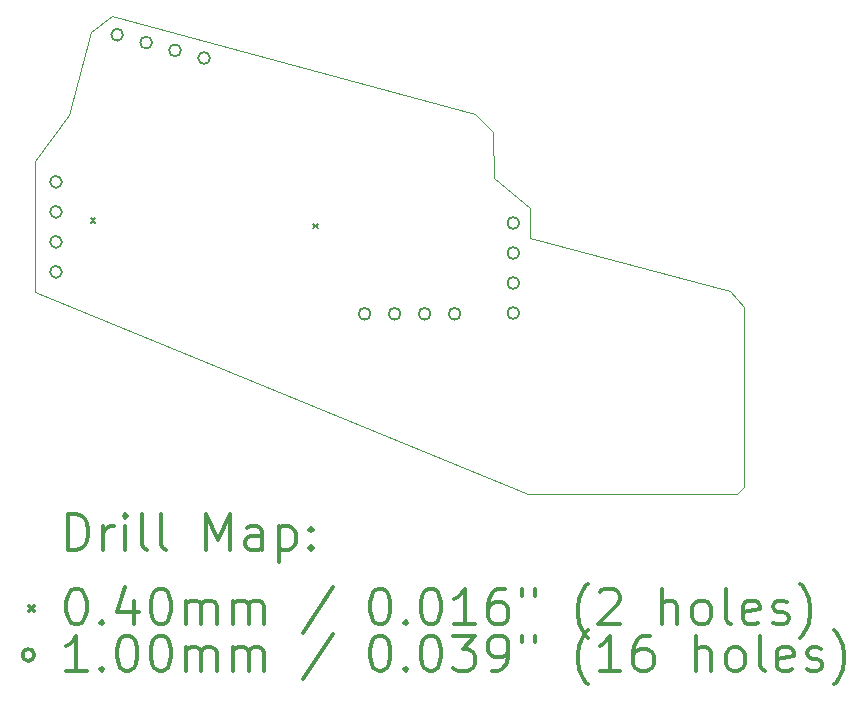
<source format=gbr>
%FSLAX45Y45*%
G04 Gerber Fmt 4.5, Leading zero omitted, Abs format (unit mm)*
G04 Created by KiCad (PCBNEW (5.1.4)-1) date 2023-09-09 05:28:44*
%MOMM*%
%LPD*%
G04 APERTURE LIST*
%ADD10C,0.050000*%
%ADD11C,0.200000*%
%ADD12C,0.300000*%
G04 APERTURE END LIST*
D10*
X-4204981Y-41045810D02*
X-4204900Y-40795660D01*
X-4204981Y-41045810D02*
X-2508981Y-41499810D01*
X-2449981Y-43218810D02*
X-4219981Y-43219810D01*
X-2389981Y-43158810D02*
X-2449981Y-43218810D01*
X-8397125Y-41506943D02*
X-4219981Y-43219810D01*
X-2388981Y-41633810D02*
X-2389981Y-43158810D01*
X-2508981Y-41499810D02*
X-2388981Y-41633810D01*
X-4204899Y-40795660D02*
X-4510118Y-40539366D01*
X-8397125Y-41506943D02*
X-8396596Y-40392941D01*
X-4510118Y-40539366D02*
X-4511301Y-40147247D01*
X-4667125Y-39997148D02*
X-4511301Y-40147247D01*
X-8107724Y-40009596D02*
X-8396596Y-40392941D01*
X-8107724Y-40009596D02*
X-7917120Y-39303027D01*
X-7739822Y-39172429D02*
X-4667125Y-39997148D01*
X-7917120Y-39303027D02*
X-7739822Y-39172429D01*
D11*
X-7921000Y-40877000D02*
X-7881000Y-40917000D01*
X-7881000Y-40877000D02*
X-7921000Y-40917000D01*
X-6041000Y-40927000D02*
X-6001000Y-40967000D01*
X-6001000Y-40927000D02*
X-6041000Y-40967000D01*
X-5552387Y-41690105D02*
G75*
G03X-5552387Y-41690105I-50000J0D01*
G01*
X-5298387Y-41690105D02*
G75*
G03X-5298387Y-41690105I-50000J0D01*
G01*
X-5044387Y-41690105D02*
G75*
G03X-5044387Y-41690105I-50000J0D01*
G01*
X-4790387Y-41690105D02*
G75*
G03X-4790387Y-41690105I-50000J0D01*
G01*
X-4293301Y-40921357D02*
G75*
G03X-4293301Y-40921357I-50000J0D01*
G01*
X-4293301Y-41175357D02*
G75*
G03X-4293301Y-41175357I-50000J0D01*
G01*
X-4293301Y-41429357D02*
G75*
G03X-4293301Y-41429357I-50000J0D01*
G01*
X-4293301Y-41683357D02*
G75*
G03X-4293301Y-41683357I-50000J0D01*
G01*
X-8165551Y-40572910D02*
G75*
G03X-8165551Y-40572910I-50000J0D01*
G01*
X-8165551Y-40826910D02*
G75*
G03X-8165551Y-40826910I-50000J0D01*
G01*
X-8165551Y-41080910D02*
G75*
G03X-8165551Y-41080910I-50000J0D01*
G01*
X-8165551Y-41334910D02*
G75*
G03X-8165551Y-41334910I-50000J0D01*
G01*
X-7647875Y-39327493D02*
G75*
G03X-7647875Y-39327493I-50000J0D01*
G01*
X-7402530Y-39393233D02*
G75*
G03X-7402530Y-39393233I-50000J0D01*
G01*
X-7157184Y-39458973D02*
G75*
G03X-7157184Y-39458973I-50000J0D01*
G01*
X-6911839Y-39524713D02*
G75*
G03X-6911839Y-39524713I-50000J0D01*
G01*
D12*
X-8113197Y-43688025D02*
X-8113197Y-43388025D01*
X-8041768Y-43388025D01*
X-7998911Y-43402310D01*
X-7970340Y-43430882D01*
X-7956054Y-43459453D01*
X-7941768Y-43516596D01*
X-7941768Y-43559453D01*
X-7956054Y-43616596D01*
X-7970340Y-43645167D01*
X-7998911Y-43673739D01*
X-8041768Y-43688025D01*
X-8113197Y-43688025D01*
X-7813197Y-43688025D02*
X-7813197Y-43488025D01*
X-7813197Y-43545167D02*
X-7798911Y-43516596D01*
X-7784625Y-43502310D01*
X-7756054Y-43488025D01*
X-7727482Y-43488025D01*
X-7627482Y-43688025D02*
X-7627482Y-43488025D01*
X-7627482Y-43388025D02*
X-7641768Y-43402310D01*
X-7627482Y-43416596D01*
X-7613197Y-43402310D01*
X-7627482Y-43388025D01*
X-7627482Y-43416596D01*
X-7441768Y-43688025D02*
X-7470340Y-43673739D01*
X-7484625Y-43645167D01*
X-7484625Y-43388025D01*
X-7284625Y-43688025D02*
X-7313197Y-43673739D01*
X-7327482Y-43645167D01*
X-7327482Y-43388025D01*
X-6941768Y-43688025D02*
X-6941768Y-43388025D01*
X-6841768Y-43602310D01*
X-6741768Y-43388025D01*
X-6741768Y-43688025D01*
X-6470340Y-43688025D02*
X-6470340Y-43530882D01*
X-6484625Y-43502310D01*
X-6513197Y-43488025D01*
X-6570340Y-43488025D01*
X-6598911Y-43502310D01*
X-6470340Y-43673739D02*
X-6498911Y-43688025D01*
X-6570340Y-43688025D01*
X-6598911Y-43673739D01*
X-6613197Y-43645167D01*
X-6613197Y-43616596D01*
X-6598911Y-43588025D01*
X-6570340Y-43573739D01*
X-6498911Y-43573739D01*
X-6470340Y-43559453D01*
X-6327482Y-43488025D02*
X-6327482Y-43788025D01*
X-6327482Y-43502310D02*
X-6298911Y-43488025D01*
X-6241768Y-43488025D01*
X-6213197Y-43502310D01*
X-6198911Y-43516596D01*
X-6184625Y-43545167D01*
X-6184625Y-43630882D01*
X-6198911Y-43659453D01*
X-6213197Y-43673739D01*
X-6241768Y-43688025D01*
X-6298911Y-43688025D01*
X-6327482Y-43673739D01*
X-6056054Y-43659453D02*
X-6041768Y-43673739D01*
X-6056054Y-43688025D01*
X-6070340Y-43673739D01*
X-6056054Y-43659453D01*
X-6056054Y-43688025D01*
X-6056054Y-43502310D02*
X-6041768Y-43516596D01*
X-6056054Y-43530882D01*
X-6070340Y-43516596D01*
X-6056054Y-43502310D01*
X-6056054Y-43530882D01*
X-8439625Y-44162310D02*
X-8399625Y-44202310D01*
X-8399625Y-44162310D02*
X-8439625Y-44202310D01*
X-8056054Y-44018025D02*
X-8027482Y-44018025D01*
X-7998911Y-44032310D01*
X-7984625Y-44046596D01*
X-7970340Y-44075167D01*
X-7956054Y-44132310D01*
X-7956054Y-44203739D01*
X-7970340Y-44260882D01*
X-7984625Y-44289453D01*
X-7998911Y-44303739D01*
X-8027482Y-44318025D01*
X-8056054Y-44318025D01*
X-8084625Y-44303739D01*
X-8098911Y-44289453D01*
X-8113197Y-44260882D01*
X-8127482Y-44203739D01*
X-8127482Y-44132310D01*
X-8113197Y-44075167D01*
X-8098911Y-44046596D01*
X-8084625Y-44032310D01*
X-8056054Y-44018025D01*
X-7827482Y-44289453D02*
X-7813197Y-44303739D01*
X-7827482Y-44318025D01*
X-7841768Y-44303739D01*
X-7827482Y-44289453D01*
X-7827482Y-44318025D01*
X-7556054Y-44118025D02*
X-7556054Y-44318025D01*
X-7627482Y-44003739D02*
X-7698911Y-44218025D01*
X-7513197Y-44218025D01*
X-7341768Y-44018025D02*
X-7313197Y-44018025D01*
X-7284625Y-44032310D01*
X-7270340Y-44046596D01*
X-7256054Y-44075167D01*
X-7241768Y-44132310D01*
X-7241768Y-44203739D01*
X-7256054Y-44260882D01*
X-7270340Y-44289453D01*
X-7284625Y-44303739D01*
X-7313197Y-44318025D01*
X-7341768Y-44318025D01*
X-7370340Y-44303739D01*
X-7384625Y-44289453D01*
X-7398911Y-44260882D01*
X-7413197Y-44203739D01*
X-7413197Y-44132310D01*
X-7398911Y-44075167D01*
X-7384625Y-44046596D01*
X-7370340Y-44032310D01*
X-7341768Y-44018025D01*
X-7113197Y-44318025D02*
X-7113197Y-44118025D01*
X-7113197Y-44146596D02*
X-7098911Y-44132310D01*
X-7070340Y-44118025D01*
X-7027482Y-44118025D01*
X-6998911Y-44132310D01*
X-6984625Y-44160882D01*
X-6984625Y-44318025D01*
X-6984625Y-44160882D02*
X-6970340Y-44132310D01*
X-6941768Y-44118025D01*
X-6898911Y-44118025D01*
X-6870340Y-44132310D01*
X-6856054Y-44160882D01*
X-6856054Y-44318025D01*
X-6713197Y-44318025D02*
X-6713197Y-44118025D01*
X-6713197Y-44146596D02*
X-6698911Y-44132310D01*
X-6670340Y-44118025D01*
X-6627482Y-44118025D01*
X-6598911Y-44132310D01*
X-6584625Y-44160882D01*
X-6584625Y-44318025D01*
X-6584625Y-44160882D02*
X-6570340Y-44132310D01*
X-6541768Y-44118025D01*
X-6498911Y-44118025D01*
X-6470340Y-44132310D01*
X-6456054Y-44160882D01*
X-6456054Y-44318025D01*
X-5870340Y-44003739D02*
X-6127482Y-44389453D01*
X-5484625Y-44018025D02*
X-5456054Y-44018025D01*
X-5427483Y-44032310D01*
X-5413197Y-44046596D01*
X-5398911Y-44075167D01*
X-5384625Y-44132310D01*
X-5384625Y-44203739D01*
X-5398911Y-44260882D01*
X-5413197Y-44289453D01*
X-5427483Y-44303739D01*
X-5456054Y-44318025D01*
X-5484625Y-44318025D01*
X-5513197Y-44303739D01*
X-5527483Y-44289453D01*
X-5541768Y-44260882D01*
X-5556054Y-44203739D01*
X-5556054Y-44132310D01*
X-5541768Y-44075167D01*
X-5527483Y-44046596D01*
X-5513197Y-44032310D01*
X-5484625Y-44018025D01*
X-5256054Y-44289453D02*
X-5241768Y-44303739D01*
X-5256054Y-44318025D01*
X-5270340Y-44303739D01*
X-5256054Y-44289453D01*
X-5256054Y-44318025D01*
X-5056054Y-44018025D02*
X-5027483Y-44018025D01*
X-4998911Y-44032310D01*
X-4984625Y-44046596D01*
X-4970340Y-44075167D01*
X-4956054Y-44132310D01*
X-4956054Y-44203739D01*
X-4970340Y-44260882D01*
X-4984625Y-44289453D01*
X-4998911Y-44303739D01*
X-5027483Y-44318025D01*
X-5056054Y-44318025D01*
X-5084625Y-44303739D01*
X-5098911Y-44289453D01*
X-5113197Y-44260882D01*
X-5127483Y-44203739D01*
X-5127483Y-44132310D01*
X-5113197Y-44075167D01*
X-5098911Y-44046596D01*
X-5084625Y-44032310D01*
X-5056054Y-44018025D01*
X-4670340Y-44318025D02*
X-4841768Y-44318025D01*
X-4756054Y-44318025D02*
X-4756054Y-44018025D01*
X-4784625Y-44060882D01*
X-4813197Y-44089453D01*
X-4841768Y-44103739D01*
X-4413197Y-44018025D02*
X-4470340Y-44018025D01*
X-4498911Y-44032310D01*
X-4513197Y-44046596D01*
X-4541768Y-44089453D01*
X-4556054Y-44146596D01*
X-4556054Y-44260882D01*
X-4541768Y-44289453D01*
X-4527483Y-44303739D01*
X-4498911Y-44318025D01*
X-4441768Y-44318025D01*
X-4413197Y-44303739D01*
X-4398911Y-44289453D01*
X-4384625Y-44260882D01*
X-4384625Y-44189453D01*
X-4398911Y-44160882D01*
X-4413197Y-44146596D01*
X-4441768Y-44132310D01*
X-4498911Y-44132310D01*
X-4527483Y-44146596D01*
X-4541768Y-44160882D01*
X-4556054Y-44189453D01*
X-4270340Y-44018025D02*
X-4270340Y-44075167D01*
X-4156054Y-44018025D02*
X-4156054Y-44075167D01*
X-3713197Y-44432310D02*
X-3727482Y-44418025D01*
X-3756054Y-44375167D01*
X-3770340Y-44346596D01*
X-3784625Y-44303739D01*
X-3798911Y-44232310D01*
X-3798911Y-44175167D01*
X-3784625Y-44103739D01*
X-3770340Y-44060882D01*
X-3756054Y-44032310D01*
X-3727482Y-43989453D01*
X-3713197Y-43975167D01*
X-3613197Y-44046596D02*
X-3598911Y-44032310D01*
X-3570340Y-44018025D01*
X-3498911Y-44018025D01*
X-3470340Y-44032310D01*
X-3456054Y-44046596D01*
X-3441768Y-44075167D01*
X-3441768Y-44103739D01*
X-3456054Y-44146596D01*
X-3627482Y-44318025D01*
X-3441768Y-44318025D01*
X-3084625Y-44318025D02*
X-3084625Y-44018025D01*
X-2956054Y-44318025D02*
X-2956054Y-44160882D01*
X-2970340Y-44132310D01*
X-2998911Y-44118025D01*
X-3041768Y-44118025D01*
X-3070340Y-44132310D01*
X-3084625Y-44146596D01*
X-2770340Y-44318025D02*
X-2798911Y-44303739D01*
X-2813197Y-44289453D01*
X-2827482Y-44260882D01*
X-2827482Y-44175167D01*
X-2813197Y-44146596D01*
X-2798911Y-44132310D01*
X-2770340Y-44118025D01*
X-2727483Y-44118025D01*
X-2698911Y-44132310D01*
X-2684625Y-44146596D01*
X-2670340Y-44175167D01*
X-2670340Y-44260882D01*
X-2684625Y-44289453D01*
X-2698911Y-44303739D01*
X-2727483Y-44318025D01*
X-2770340Y-44318025D01*
X-2498911Y-44318025D02*
X-2527483Y-44303739D01*
X-2541768Y-44275167D01*
X-2541768Y-44018025D01*
X-2270340Y-44303739D02*
X-2298911Y-44318025D01*
X-2356054Y-44318025D01*
X-2384625Y-44303739D01*
X-2398911Y-44275167D01*
X-2398911Y-44160882D01*
X-2384625Y-44132310D01*
X-2356054Y-44118025D01*
X-2298911Y-44118025D01*
X-2270340Y-44132310D01*
X-2256054Y-44160882D01*
X-2256054Y-44189453D01*
X-2398911Y-44218025D01*
X-2141768Y-44303739D02*
X-2113197Y-44318025D01*
X-2056054Y-44318025D01*
X-2027482Y-44303739D01*
X-2013197Y-44275167D01*
X-2013197Y-44260882D01*
X-2027482Y-44232310D01*
X-2056054Y-44218025D01*
X-2098911Y-44218025D01*
X-2127483Y-44203739D01*
X-2141768Y-44175167D01*
X-2141768Y-44160882D01*
X-2127483Y-44132310D01*
X-2098911Y-44118025D01*
X-2056054Y-44118025D01*
X-2027482Y-44132310D01*
X-1913197Y-44432310D02*
X-1898911Y-44418025D01*
X-1870340Y-44375167D01*
X-1856054Y-44346596D01*
X-1841768Y-44303739D01*
X-1827482Y-44232310D01*
X-1827482Y-44175167D01*
X-1841768Y-44103739D01*
X-1856054Y-44060882D01*
X-1870340Y-44032310D01*
X-1898911Y-43989453D01*
X-1913197Y-43975167D01*
X-8399625Y-44578310D02*
G75*
G03X-8399625Y-44578310I-50000J0D01*
G01*
X-7956054Y-44714025D02*
X-8127482Y-44714025D01*
X-8041768Y-44714025D02*
X-8041768Y-44414025D01*
X-8070340Y-44456882D01*
X-8098911Y-44485453D01*
X-8127482Y-44499739D01*
X-7827482Y-44685453D02*
X-7813197Y-44699739D01*
X-7827482Y-44714025D01*
X-7841768Y-44699739D01*
X-7827482Y-44685453D01*
X-7827482Y-44714025D01*
X-7627482Y-44414025D02*
X-7598911Y-44414025D01*
X-7570340Y-44428310D01*
X-7556054Y-44442596D01*
X-7541768Y-44471167D01*
X-7527482Y-44528310D01*
X-7527482Y-44599739D01*
X-7541768Y-44656882D01*
X-7556054Y-44685453D01*
X-7570340Y-44699739D01*
X-7598911Y-44714025D01*
X-7627482Y-44714025D01*
X-7656054Y-44699739D01*
X-7670340Y-44685453D01*
X-7684625Y-44656882D01*
X-7698911Y-44599739D01*
X-7698911Y-44528310D01*
X-7684625Y-44471167D01*
X-7670340Y-44442596D01*
X-7656054Y-44428310D01*
X-7627482Y-44414025D01*
X-7341768Y-44414025D02*
X-7313197Y-44414025D01*
X-7284625Y-44428310D01*
X-7270340Y-44442596D01*
X-7256054Y-44471167D01*
X-7241768Y-44528310D01*
X-7241768Y-44599739D01*
X-7256054Y-44656882D01*
X-7270340Y-44685453D01*
X-7284625Y-44699739D01*
X-7313197Y-44714025D01*
X-7341768Y-44714025D01*
X-7370340Y-44699739D01*
X-7384625Y-44685453D01*
X-7398911Y-44656882D01*
X-7413197Y-44599739D01*
X-7413197Y-44528310D01*
X-7398911Y-44471167D01*
X-7384625Y-44442596D01*
X-7370340Y-44428310D01*
X-7341768Y-44414025D01*
X-7113197Y-44714025D02*
X-7113197Y-44514025D01*
X-7113197Y-44542596D02*
X-7098911Y-44528310D01*
X-7070340Y-44514025D01*
X-7027482Y-44514025D01*
X-6998911Y-44528310D01*
X-6984625Y-44556882D01*
X-6984625Y-44714025D01*
X-6984625Y-44556882D02*
X-6970340Y-44528310D01*
X-6941768Y-44514025D01*
X-6898911Y-44514025D01*
X-6870340Y-44528310D01*
X-6856054Y-44556882D01*
X-6856054Y-44714025D01*
X-6713197Y-44714025D02*
X-6713197Y-44514025D01*
X-6713197Y-44542596D02*
X-6698911Y-44528310D01*
X-6670340Y-44514025D01*
X-6627482Y-44514025D01*
X-6598911Y-44528310D01*
X-6584625Y-44556882D01*
X-6584625Y-44714025D01*
X-6584625Y-44556882D02*
X-6570340Y-44528310D01*
X-6541768Y-44514025D01*
X-6498911Y-44514025D01*
X-6470340Y-44528310D01*
X-6456054Y-44556882D01*
X-6456054Y-44714025D01*
X-5870340Y-44399739D02*
X-6127482Y-44785453D01*
X-5484625Y-44414025D02*
X-5456054Y-44414025D01*
X-5427483Y-44428310D01*
X-5413197Y-44442596D01*
X-5398911Y-44471167D01*
X-5384625Y-44528310D01*
X-5384625Y-44599739D01*
X-5398911Y-44656882D01*
X-5413197Y-44685453D01*
X-5427483Y-44699739D01*
X-5456054Y-44714025D01*
X-5484625Y-44714025D01*
X-5513197Y-44699739D01*
X-5527483Y-44685453D01*
X-5541768Y-44656882D01*
X-5556054Y-44599739D01*
X-5556054Y-44528310D01*
X-5541768Y-44471167D01*
X-5527483Y-44442596D01*
X-5513197Y-44428310D01*
X-5484625Y-44414025D01*
X-5256054Y-44685453D02*
X-5241768Y-44699739D01*
X-5256054Y-44714025D01*
X-5270340Y-44699739D01*
X-5256054Y-44685453D01*
X-5256054Y-44714025D01*
X-5056054Y-44414025D02*
X-5027483Y-44414025D01*
X-4998911Y-44428310D01*
X-4984625Y-44442596D01*
X-4970340Y-44471167D01*
X-4956054Y-44528310D01*
X-4956054Y-44599739D01*
X-4970340Y-44656882D01*
X-4984625Y-44685453D01*
X-4998911Y-44699739D01*
X-5027483Y-44714025D01*
X-5056054Y-44714025D01*
X-5084625Y-44699739D01*
X-5098911Y-44685453D01*
X-5113197Y-44656882D01*
X-5127483Y-44599739D01*
X-5127483Y-44528310D01*
X-5113197Y-44471167D01*
X-5098911Y-44442596D01*
X-5084625Y-44428310D01*
X-5056054Y-44414025D01*
X-4856054Y-44414025D02*
X-4670340Y-44414025D01*
X-4770340Y-44528310D01*
X-4727483Y-44528310D01*
X-4698911Y-44542596D01*
X-4684625Y-44556882D01*
X-4670340Y-44585453D01*
X-4670340Y-44656882D01*
X-4684625Y-44685453D01*
X-4698911Y-44699739D01*
X-4727483Y-44714025D01*
X-4813197Y-44714025D01*
X-4841768Y-44699739D01*
X-4856054Y-44685453D01*
X-4527483Y-44714025D02*
X-4470340Y-44714025D01*
X-4441768Y-44699739D01*
X-4427483Y-44685453D01*
X-4398911Y-44642596D01*
X-4384625Y-44585453D01*
X-4384625Y-44471167D01*
X-4398911Y-44442596D01*
X-4413197Y-44428310D01*
X-4441768Y-44414025D01*
X-4498911Y-44414025D01*
X-4527483Y-44428310D01*
X-4541768Y-44442596D01*
X-4556054Y-44471167D01*
X-4556054Y-44542596D01*
X-4541768Y-44571167D01*
X-4527483Y-44585453D01*
X-4498911Y-44599739D01*
X-4441768Y-44599739D01*
X-4413197Y-44585453D01*
X-4398911Y-44571167D01*
X-4384625Y-44542596D01*
X-4270340Y-44414025D02*
X-4270340Y-44471167D01*
X-4156054Y-44414025D02*
X-4156054Y-44471167D01*
X-3713197Y-44828310D02*
X-3727482Y-44814024D01*
X-3756054Y-44771167D01*
X-3770340Y-44742596D01*
X-3784625Y-44699739D01*
X-3798911Y-44628310D01*
X-3798911Y-44571167D01*
X-3784625Y-44499739D01*
X-3770340Y-44456882D01*
X-3756054Y-44428310D01*
X-3727482Y-44385453D01*
X-3713197Y-44371167D01*
X-3441768Y-44714025D02*
X-3613197Y-44714025D01*
X-3527482Y-44714025D02*
X-3527482Y-44414025D01*
X-3556054Y-44456882D01*
X-3584625Y-44485453D01*
X-3613197Y-44499739D01*
X-3184625Y-44414025D02*
X-3241768Y-44414025D01*
X-3270340Y-44428310D01*
X-3284625Y-44442596D01*
X-3313197Y-44485453D01*
X-3327482Y-44542596D01*
X-3327482Y-44656882D01*
X-3313197Y-44685453D01*
X-3298911Y-44699739D01*
X-3270340Y-44714025D01*
X-3213197Y-44714025D01*
X-3184625Y-44699739D01*
X-3170340Y-44685453D01*
X-3156054Y-44656882D01*
X-3156054Y-44585453D01*
X-3170340Y-44556882D01*
X-3184625Y-44542596D01*
X-3213197Y-44528310D01*
X-3270340Y-44528310D01*
X-3298911Y-44542596D01*
X-3313197Y-44556882D01*
X-3327482Y-44585453D01*
X-2798911Y-44714025D02*
X-2798911Y-44414025D01*
X-2670340Y-44714025D02*
X-2670340Y-44556882D01*
X-2684625Y-44528310D01*
X-2713197Y-44514025D01*
X-2756054Y-44514025D01*
X-2784625Y-44528310D01*
X-2798911Y-44542596D01*
X-2484625Y-44714025D02*
X-2513197Y-44699739D01*
X-2527483Y-44685453D01*
X-2541768Y-44656882D01*
X-2541768Y-44571167D01*
X-2527483Y-44542596D01*
X-2513197Y-44528310D01*
X-2484625Y-44514025D01*
X-2441768Y-44514025D01*
X-2413197Y-44528310D01*
X-2398911Y-44542596D01*
X-2384625Y-44571167D01*
X-2384625Y-44656882D01*
X-2398911Y-44685453D01*
X-2413197Y-44699739D01*
X-2441768Y-44714025D01*
X-2484625Y-44714025D01*
X-2213197Y-44714025D02*
X-2241768Y-44699739D01*
X-2256054Y-44671167D01*
X-2256054Y-44414025D01*
X-1984625Y-44699739D02*
X-2013197Y-44714025D01*
X-2070340Y-44714025D01*
X-2098911Y-44699739D01*
X-2113197Y-44671167D01*
X-2113197Y-44556882D01*
X-2098911Y-44528310D01*
X-2070340Y-44514025D01*
X-2013197Y-44514025D01*
X-1984625Y-44528310D01*
X-1970340Y-44556882D01*
X-1970340Y-44585453D01*
X-2113197Y-44614025D01*
X-1856054Y-44699739D02*
X-1827482Y-44714025D01*
X-1770340Y-44714025D01*
X-1741768Y-44699739D01*
X-1727482Y-44671167D01*
X-1727482Y-44656882D01*
X-1741768Y-44628310D01*
X-1770340Y-44614025D01*
X-1813197Y-44614025D01*
X-1841768Y-44599739D01*
X-1856054Y-44571167D01*
X-1856054Y-44556882D01*
X-1841768Y-44528310D01*
X-1813197Y-44514025D01*
X-1770340Y-44514025D01*
X-1741768Y-44528310D01*
X-1627482Y-44828310D02*
X-1613197Y-44814024D01*
X-1584625Y-44771167D01*
X-1570340Y-44742596D01*
X-1556054Y-44699739D01*
X-1541768Y-44628310D01*
X-1541768Y-44571167D01*
X-1556054Y-44499739D01*
X-1570340Y-44456882D01*
X-1584625Y-44428310D01*
X-1613197Y-44385453D01*
X-1627482Y-44371167D01*
M02*

</source>
